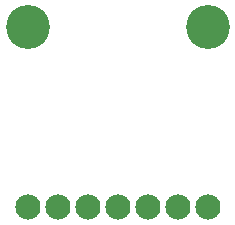
<source format=gbr>
G04 EAGLE Gerber RS-274X export*
G75*
%MOMM*%
%FSLAX34Y34*%
%LPD*%
%INSoldermask Bottom*%
%IPPOS*%
%AMOC8*
5,1,8,0,0,1.08239X$1,22.5*%
G01*
%ADD10C,2.133600*%
%ADD11C,3.719200*%


D10*
X0Y-22860D03*
X25400Y-22860D03*
X50800Y-22860D03*
X76200Y-22860D03*
X101600Y-22860D03*
X127000Y-22860D03*
X152400Y-22860D03*
D11*
X152400Y129540D03*
X0Y129540D03*
M02*

</source>
